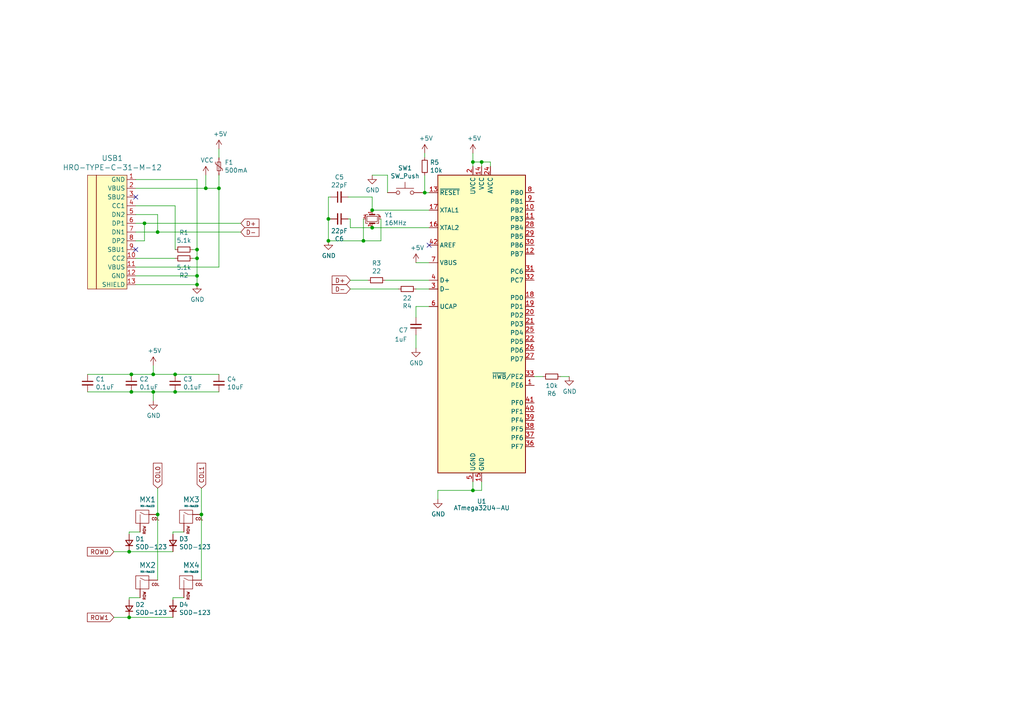
<source format=kicad_sch>
(kicad_sch (version 20200512) (host eeschema "(5.99.0-1822-g1792479ca)")
  (page 1 1)
  (paper "A4")
  (lib_symbols
    (symbol "Device:C_Small" (pin_numbers hide) (pin_names (offset 0.254) hide)
      (property "Reference" "C" (at 0.254 1.778 0))
      (property "Value" "C_Small" (at 0.254 -2.032 0))
      (symbol "C_Small_0_1"
        (polyline (pts (xy -1.524 -0.508) (xy 1.524 -0.508)) (stroke (width 0.3302)))
        (polyline (pts (xy -1.524 0.508) (xy 1.524 0.508)) (stroke (width 0.3048)))
      )
      (symbol "C_Small_1_1"
        (pin passive line (at 0 2.54 270) (length 2.032) (name "~") (number "1"))
        (pin passive line (at 0 -2.54 90) (length 2.032) (name "~") (number "2"))
      )
    )
    (symbol "Device:Crystal_GND24_Small" (pin_names hide)
      (property "Reference" "Y" (at 1.27 4.445 0))
      (property "Value" "Crystal_GND24_Small" (at 1.27 2.54 0))
      (symbol "Crystal_GND24_Small_0_1"
        (rectangle (start -0.762 -1.524) (end 0.762 1.524))
        (polyline (pts (xy -1.27 -0.762) (xy -1.27 0.762)) (stroke (width 0.381)))
        (polyline (pts (xy 1.27 -0.762) (xy 1.27 0.762)) (stroke (width 0.381)))
        (polyline (pts (xy -1.27 -1.27) (xy -1.27 -1.905) (xy 1.27 -1.905) (xy 1.27 -1.27)))
        (polyline (pts (xy -1.27 1.27) (xy -1.27 1.905) (xy 1.27 1.905) (xy 1.27 1.27)))
      )
      (symbol "Crystal_GND24_Small_1_1"
        (pin passive line (at -2.54 0 0) (length 1.27) (name "1") (number "1"))
        (pin passive line (at 0 -2.54 90) (length 0.635) (name "2") (number "2"))
        (pin passive line (at 2.54 0 180) (length 1.27) (name "3") (number "3"))
        (pin passive line (at 0 2.54 270) (length 0.635) (name "4") (number "4"))
      )
    )
    (symbol "Device:D_Small" (pin_numbers hide) (pin_names (offset 0.254) hide)
      (property "Reference" "D" (at -1.27 2.032 0))
      (property "Value" "D_Small" (at -3.81 -2.032 0))
      (symbol "D_Small_0_1"
        (polyline (pts (xy -0.762 -1.016) (xy -0.762 1.016)) (stroke (width 0.254)))
        (polyline (pts (xy -0.762 0) (xy 0.762 0)))
        (polyline (pts (xy 0.762 -1.016) (xy -0.762 0) (xy 0.762 1.016) (xy 0.762 -1.016)) (stroke (width 0.254)))
      )
      (symbol "D_Small_1_1"
        (pin passive line (at -2.54 0 0) (length 1.778) (name "K") (number "1"))
        (pin passive line (at 2.54 0 180) (length 1.778) (name "A") (number "2"))
      )
    )
    (symbol "Device:Polyfuse_Small" (pin_numbers hide) (pin_names (offset 0))
      (property "Reference" "F" (at -1.905 0 90))
      (property "Value" "Polyfuse_Small" (at 1.905 0 90))
      (symbol "Polyfuse_Small_0_1"
        (rectangle (start -0.508 1.27) (end 0.508 -1.27))
        (polyline (pts (xy 0 2.54) (xy 0 -2.54)))
        (polyline (pts (xy -1.016 1.27) (xy -1.016 0.762) (xy 1.016 -0.762) (xy 1.016 -1.27)))
      )
      (symbol "Polyfuse_Small_1_1"
        (pin passive line (at 0 2.54 270) (length 0.635) (name "~") (number "1"))
        (pin passive line (at 0 -2.54 90) (length 0.635) (name "~") (number "2"))
      )
    )
    (symbol "Device:R_Small" (pin_numbers hide) (pin_names (offset 0.254) hide)
      (property "Reference" "R" (at 0.762 0.508 0))
      (property "Value" "R_Small" (at 0.762 -1.016 0))
      (symbol "R_Small_0_1"
        (rectangle (start -0.762 1.778) (end 0.762 -1.778) (stroke (width 0.2032)))
      )
      (symbol "R_Small_1_1"
        (pin passive line (at 0 2.54 270) (length 0.762) (name "~") (number "1"))
        (pin passive line (at 0 -2.54 90) (length 0.762) (name "~") (number "2"))
      )
    )
    (symbol "Device:R_Small_1" (pin_numbers hide) (pin_names (offset 0.254) hide)
      (property "Reference" "R" (at 0.762 0.508 0))
      (property "Value" "R_Small" (at 0.762 -1.016 0))
      (symbol "R_Small_1_0_1"
        (rectangle (start -0.762 1.778) (end 0.762 -1.778) (stroke (width 0.2032)))
      )
      (symbol "R_Small_1_1_1"
        (pin passive line (at 0 2.54 270) (length 0.762) (name "~") (number "1"))
        (pin passive line (at 0 -2.54 90) (length 0.762) (name "~") (number "2"))
      )
    )
    (symbol "Device:R_Small_2" (pin_numbers hide) (pin_names (offset 0.254) hide)
      (property "Reference" "R" (at 0.762 0.508 0))
      (property "Value" "R_Small" (at 0.762 -1.016 0))
      (symbol "R_Small_2_0_1"
        (rectangle (start -0.762 1.778) (end 0.762 -1.778) (stroke (width 0.2032)))
      )
      (symbol "R_Small_2_1_1"
        (pin passive line (at 0 2.54 270) (length 0.762) (name "~") (number "1"))
        (pin passive line (at 0 -2.54 90) (length 0.762) (name "~") (number "2"))
      )
    )
    (symbol "Device:R_Small_3" (pin_numbers hide) (pin_names (offset 0.254) hide)
      (property "Reference" "R" (at 0.762 0.508 0))
      (property "Value" "R_Small" (at 0.762 -1.016 0))
      (symbol "R_Small_3_0_1"
        (rectangle (start -0.762 1.778) (end 0.762 -1.778) (stroke (width 0.2032)))
      )
      (symbol "R_Small_3_1_1"
        (pin passive line (at 0 2.54 270) (length 0.762) (name "~") (number "1"))
        (pin passive line (at 0 -2.54 90) (length 0.762) (name "~") (number "2"))
      )
    )
    (symbol "MCU_Microchip_ATmega:ATmega32U4-AU" (pin_names (offset 0.508))
      (property "Reference" "U" (at -12.7 44.45 0))
      (property "Value" "ATmega32U4-AU" (at 2.54 -44.45 0))
      (symbol "ATmega32U4-AU_0_1"
        (rectangle (start -12.7 -43.18) (end 12.7 43.18) (stroke (width 0.254)) (fill (type background)))
      )
      (symbol "ATmega32U4-AU_1_1"
        (pin bidirectional line (at 15.24 -17.78 180) (length 2.54) (name "PE6") (number "1"))
        (pin bidirectional line (at 15.24 33.02 180) (length 2.54) (name "PB2") (number "10"))
        (pin bidirectional line (at 15.24 30.48 180) (length 2.54) (name "PB3") (number "11"))
        (pin bidirectional line (at 15.24 20.32 180) (length 2.54) (name "PB7") (number "12"))
        (pin input line (at -15.24 38.1 0) (length 2.54) (name "~RESET") (number "13"))
        (pin power_in line (at 0 45.72 270) (length 2.54) (name "VCC") (number "14"))
        (pin power_in line (at 0 -45.72 90) (length 2.54) (name "GND") (number "15"))
        (pin output line (at -15.24 27.94 0) (length 2.54) (name "XTAL2") (number "16"))
        (pin input line (at -15.24 33.02 0) (length 2.54) (name "XTAL1") (number "17"))
        (pin bidirectional line (at 15.24 7.62 180) (length 2.54) (name "PD0") (number "18"))
        (pin bidirectional line (at 15.24 5.08 180) (length 2.54) (name "PD1") (number "19"))
        (pin power_in line (at -2.54 45.72 270) (length 2.54) (name "UVCC") (number "2"))
        (pin bidirectional line (at 15.24 2.54 180) (length 2.54) (name "PD2") (number "20"))
        (pin bidirectional line (at 15.24 0 180) (length 2.54) (name "PD3") (number "21"))
        (pin bidirectional line (at 15.24 -5.08 180) (length 2.54) (name "PD5") (number "22"))
        (pin passive line (at 0 -45.72 90) (length 2.54) hide (name "GND") (number "23"))
        (pin power_in line (at 2.54 45.72 270) (length 2.54) (name "AVCC") (number "24"))
        (pin bidirectional line (at 15.24 -2.54 180) (length 2.54) (name "PD4") (number "25"))
        (pin bidirectional line (at 15.24 -7.62 180) (length 2.54) (name "PD6") (number "26"))
        (pin bidirectional line (at 15.24 -10.16 180) (length 2.54) (name "PD7") (number "27"))
        (pin bidirectional line (at 15.24 27.94 180) (length 2.54) (name "PB4") (number "28"))
        (pin bidirectional line (at 15.24 25.4 180) (length 2.54) (name "PB5") (number "29"))
        (pin bidirectional line (at -15.24 10.16 0) (length 2.54) (name "D-") (number "3"))
        (pin bidirectional line (at 15.24 22.86 180) (length 2.54) (name "PB6") (number "30"))
        (pin bidirectional line (at 15.24 15.24 180) (length 2.54) (name "PC6") (number "31"))
        (pin bidirectional line (at 15.24 12.7 180) (length 2.54) (name "PC7") (number "32"))
        (pin bidirectional line (at 15.24 -15.24 180) (length 2.54) (name "~HWB~/PE2") (number "33"))
        (pin passive line (at 0 45.72 270) (length 2.54) hide (name "VCC") (number "34"))
        (pin passive line (at 0 -45.72 90) (length 2.54) hide (name "GND") (number "35"))
        (pin bidirectional line (at 15.24 -35.56 180) (length 2.54) (name "PF7") (number "36"))
        (pin bidirectional line (at 15.24 -33.02 180) (length 2.54) (name "PF6") (number "37"))
        (pin bidirectional line (at 15.24 -30.48 180) (length 2.54) (name "PF5") (number "38"))
        (pin bidirectional line (at 15.24 -27.94 180) (length 2.54) (name "PF4") (number "39"))
        (pin bidirectional line (at -15.24 12.7 0) (length 2.54) (name "D+") (number "4"))
        (pin bidirectional line (at 15.24 -25.4 180) (length 2.54) (name "PF1") (number "40"))
        (pin bidirectional line (at 15.24 -22.86 180) (length 2.54) (name "PF0") (number "41"))
        (pin passive line (at -15.24 22.86 0) (length 2.54) (name "AREF") (number "42"))
        (pin passive line (at 0 -45.72 90) (length 2.54) hide (name "GND") (number "43"))
        (pin passive line (at 2.54 45.72 270) (length 2.54) hide (name "AVCC") (number "44"))
        (pin passive line (at -2.54 -45.72 90) (length 2.54) (name "UGND") (number "5"))
        (pin passive line (at -15.24 5.08 0) (length 2.54) (name "UCAP") (number "6"))
        (pin input line (at -15.24 17.78 0) (length 2.54) (name "VBUS") (number "7"))
        (pin bidirectional line (at 15.24 38.1 180) (length 2.54) (name "PB0") (number "8"))
        (pin bidirectional line (at 15.24 35.56 180) (length 2.54) (name "PB1") (number "9"))
      )
    )
    (symbol "MX_Alps_Hybrid:MX-NoLED"
      (property "Reference" "MX" (at -0.635 3.81 0))
      (property "Value" "MX-NoLED" (at -0.635 1.27 0))
      (symbol "MX-NoLED_0_0"
        (text "COL" (at 3.175 0 0) (effects (font (size 0.762 0.762))))
        (text "ROW" (at 0 -1.905 900) (effects (font (size 0.762 0.762)) (justify right)))
        (rectangle (start -2.54 2.54) (end 1.27 -1.27))
        (polyline (pts (xy -1.27 -1.27) (xy -1.27 1.27)) (stroke (width 0.127)))
        (polyline (pts (xy 1.27 1.27) (xy 0 1.27) (xy -1.27 1.905)) (stroke (width 0.127)))
      )
      (symbol "MX-NoLED_1_1"
        (pin passive line (at 3.81 1.27 180) (length 2.54) (name "COL") (number "1"))
        (pin passive line (at -1.27 -3.81 90) (length 2.54) (name "ROW") (number "2"))
      )
    )
    (symbol "Switch:SW_Push" (pin_numbers hide) (pin_names hide)
      (property "Reference" "SW" (at 1.27 2.54 0))
      (property "Value" "SW_Push" (at 0 -1.524 0))
      (symbol "SW_Push_0_1"
        (circle (center -2.032 0) (radius 0.508))
        (circle (center 2.032 0) (radius 0.508))
        (polyline (pts (xy 0 1.27) (xy 0 3.048)))
        (polyline (pts (xy 2.54 1.27) (xy -2.54 1.27)))
        (pin passive line (at -5.08 0 0) (length 2.54) (name "1") (number "1"))
        (pin passive line (at 5.08 0 180) (length 2.54) (name "2") (number "2"))
      )
    )
    (symbol "Type-C:HRO-TYPE-C-31-M-12"
      (property "Reference" "USB" (at -5.08 16.51 0))
      (property "Value" "HRO-TYPE-C-31-M-12" (at -10.16 -1.27 90))
      (symbol "HRO-TYPE-C-31-M-12_0_1"
        (rectangle (start -11.43 15.24) (end -8.89 -17.78) (fill (type background)))
        (rectangle (start 0 -17.78) (end -8.89 15.24) (fill (type background)))
      )
      (symbol "HRO-TYPE-C-31-M-12_1_1"
        (pin input line (at 2.54 13.97 180) (length 2.54) (name "GND") (number "1"))
        (pin input line (at 2.54 11.43 180) (length 2.54) (name "VBUS") (number "2"))
        (pin input line (at 2.54 8.89 180) (length 2.54) (name "SBU2") (number "3"))
        (pin input line (at 2.54 6.35 180) (length 2.54) (name "CC1") (number "4"))
        (pin input line (at 2.54 3.81 180) (length 2.54) (name "DN2") (number "5"))
        (pin input line (at 2.54 1.27 180) (length 2.54) (name "DP1") (number "6"))
        (pin input line (at 2.54 -1.27 180) (length 2.54) (name "DN1") (number "7"))
        (pin input line (at 2.54 -3.81 180) (length 2.54) (name "DP2") (number "8"))
        (pin input line (at 2.54 -6.35 180) (length 2.54) (name "SBU1") (number "9"))
        (pin input line (at 2.54 -8.89 180) (length 2.54) (name "CC2") (number "10"))
        (pin input line (at 2.54 -11.43 180) (length 2.54) (name "VBUS") (number "11"))
        (pin input line (at 2.54 -13.97 180) (length 2.54) (name "GND") (number "12"))
        (pin input line (at 2.54 -16.51 180) (length 2.54) (name "SHIELD") (number "13"))
      )
    )
    (symbol "power:+5V" (power) (pin_names (offset 0))
      (property "Value" "+5V" (at 0 3.556 0))
      (symbol "+5V_0_1"
        (polyline (pts (xy -0.762 1.27) (xy 0 2.54)))
        (polyline (pts (xy 0 0) (xy 0 2.54)))
        (polyline (pts (xy 0 2.54) (xy 0.762 1.27)))
      )
      (symbol "+5V_1_1"
        (pin power_in line (at 0 0 90) (length 0) hide (name "+5V") (number "1"))
      )
    )
    (symbol "power:GND" (power) (pin_names (offset 0))
      (property "Value" "GND" (at 0 -3.81 0))
      (symbol "GND_0_1"
        (polyline (pts (xy 0 0) (xy 0 -1.27) (xy 1.27 -1.27) (xy 0 -2.54) (xy -1.27 -1.27) (xy 0 -1.27)))
      )
      (symbol "GND_1_1"
        (pin power_in line (at 0 0 270) (length 0) hide (name "GND") (number "1"))
      )
    )
    (symbol "power:VCC" (power) (pin_names (offset 0))
      (property "Value" "VCC" (at 0 3.81 0))
      (symbol "VCC_0_1"
        (polyline (pts (xy -0.762 1.27) (xy 0 2.54)))
        (polyline (pts (xy 0 0) (xy 0 2.54)))
        (polyline (pts (xy 0 2.54) (xy 0.762 1.27)))
      )
      (symbol "VCC_1_1"
        (pin power_in line (at 0 0 90) (length 0) hide (name "VCC") (number "1"))
      )
    )
  )
  (junction (at 37.465 160.02))
  (junction (at 37.465 179.07))
  (junction (at 38.1 108.585))
  (junction (at 38.1 113.665))
  (junction (at 41.91 64.77))
  (junction (at 44.45 108.585))
  (junction (at 44.45 113.665))
  (junction (at 45.72 67.31))
  (junction (at 45.72 149.225))
  (junction (at 50.8 108.585))
  (junction (at 50.8 113.665))
  (junction (at 57.15 72.39))
  (junction (at 57.15 74.93))
  (junction (at 57.15 80.01))
  (junction (at 57.15 82.55))
  (junction (at 58.42 149.225))
  (junction (at 59.69 54.61))
  (junction (at 63.5 54.61))
  (junction (at 95.25 63.5))
  (junction (at 95.25 69.85))
  (junction (at 105.41 69.85))
  (junction (at 107.95 60.96))
  (junction (at 107.95 66.04))
  (junction (at 123.19 55.88))
  (junction (at 137.16 46.99))
  (junction (at 137.16 142.24))
  (junction (at 139.7 46.99))
  (no_connect (at 39.37 72.39))
  (no_connect (at 124.46 71.12))
  (no_connect (at 39.37 57.15))
  (wire (pts (xy 25.4 108.585) (xy 38.1 108.585)))
  (wire (pts (xy 25.4 113.665) (xy 38.1 113.665)))
  (wire (pts (xy 33.02 160.02) (xy 37.465 160.02)))
  (wire (pts (xy 33.02 179.07) (xy 37.465 179.07)))
  (wire (pts (xy 37.465 154.305) (xy 40.64 154.305)))
  (wire (pts (xy 37.465 154.94) (xy 37.465 154.305)))
  (wire (pts (xy 37.465 160.02) (xy 50.165 160.02)))
  (wire (pts (xy 37.465 173.355) (xy 40.64 173.355)))
  (wire (pts (xy 37.465 173.99) (xy 37.465 173.355)))
  (wire (pts (xy 37.465 179.07) (xy 50.165 179.07)))
  (wire (pts (xy 38.1 108.585) (xy 44.45 108.585)))
  (wire (pts (xy 38.1 113.665) (xy 44.45 113.665)))
  (wire (pts (xy 39.37 52.07) (xy 57.15 52.07)))
  (wire (pts (xy 39.37 54.61) (xy 59.69 54.61)))
  (wire (pts (xy 39.37 59.69) (xy 50.8 59.69)))
  (wire (pts (xy 39.37 62.23) (xy 45.72 62.23)))
  (wire (pts (xy 39.37 64.77) (xy 41.91 64.77)))
  (wire (pts (xy 39.37 67.31) (xy 45.72 67.31)))
  (wire (pts (xy 39.37 69.85) (xy 41.91 69.85)))
  (wire (pts (xy 39.37 74.93) (xy 50.8 74.93)))
  (wire (pts (xy 39.37 77.47) (xy 63.5 77.47)))
  (wire (pts (xy 39.37 80.01) (xy 57.15 80.01)))
  (wire (pts (xy 39.37 82.55) (xy 57.15 82.55)))
  (wire (pts (xy 41.91 64.77) (xy 69.85 64.77)))
  (wire (pts (xy 41.91 69.85) (xy 41.91 64.77)))
  (wire (pts (xy 44.45 106.045) (xy 44.45 108.585)))
  (wire (pts (xy 44.45 108.585) (xy 50.8 108.585)))
  (wire (pts (xy 44.45 113.665) (xy 44.45 116.205)))
  (wire (pts (xy 44.45 113.665) (xy 50.8 113.665)))
  (wire (pts (xy 45.72 62.23) (xy 45.72 67.31)))
  (wire (pts (xy 45.72 67.31) (xy 69.85 67.31)))
  (wire (pts (xy 45.72 141.605) (xy 45.72 149.225)))
  (wire (pts (xy 45.72 149.225) (xy 45.72 168.275)))
  (wire (pts (xy 50.165 154.305) (xy 53.34 154.305)))
  (wire (pts (xy 50.165 154.94) (xy 50.165 154.305)))
  (wire (pts (xy 50.165 173.355) (xy 53.34 173.355)))
  (wire (pts (xy 50.165 173.99) (xy 50.165 173.355)))
  (wire (pts (xy 50.8 59.69) (xy 50.8 72.39)))
  (wire (pts (xy 50.8 108.585) (xy 63.5 108.585)))
  (wire (pts (xy 50.8 113.665) (xy 63.5 113.665)))
  (wire (pts (xy 55.88 72.39) (xy 57.15 72.39)))
  (wire (pts (xy 55.88 74.93) (xy 57.15 74.93)))
  (wire (pts (xy 57.15 52.07) (xy 57.15 72.39)))
  (wire (pts (xy 57.15 72.39) (xy 57.15 74.93)))
  (wire (pts (xy 57.15 74.93) (xy 57.15 80.01)))
  (wire (pts (xy 57.15 80.01) (xy 57.15 82.55)))
  (wire (pts (xy 58.42 141.605) (xy 58.42 149.225)))
  (wire (pts (xy 58.42 149.225) (xy 58.42 168.275)))
  (wire (pts (xy 59.69 50.8) (xy 59.69 54.61)))
  (wire (pts (xy 59.69 54.61) (xy 63.5 54.61)))
  (wire (pts (xy 63.5 43.18) (xy 63.5 45.72)))
  (wire (pts (xy 63.5 54.61) (xy 63.5 50.8)))
  (wire (pts (xy 63.5 77.47) (xy 63.5 54.61)))
  (wire (pts (xy 95.25 57.15) (xy 95.25 63.5)))
  (wire (pts (xy 95.25 63.5) (xy 95.25 69.85)))
  (wire (pts (xy 95.25 63.5) (xy 95.885 63.5)))
  (wire (pts (xy 95.885 57.15) (xy 95.25 57.15)))
  (wire (pts (xy 101.6 63.5) (xy 100.965 63.5)))
  (wire (pts (xy 101.6 66.04) (xy 101.6 63.5)))
  (wire (pts (xy 101.6 81.28) (xy 106.68 81.28)))
  (wire (pts (xy 101.6 83.82) (xy 115.57 83.82)))
  (wire (pts (xy 105.41 63.5) (xy 105.41 69.85)))
  (wire (pts (xy 105.41 69.85) (xy 95.25 69.85)))
  (wire (pts (xy 107.95 57.15) (xy 100.965 57.15)))
  (wire (pts (xy 107.95 60.96) (xy 107.95 57.15)))
  (wire (pts (xy 107.95 60.96) (xy 124.46 60.96)))
  (wire (pts (xy 107.95 66.04) (xy 101.6 66.04)))
  (wire (pts (xy 107.95 66.04) (xy 124.46 66.04)))
  (wire (pts (xy 110.49 63.5) (xy 110.49 69.85)))
  (wire (pts (xy 110.49 69.85) (xy 105.41 69.85)))
  (wire (pts (xy 111.76 81.28) (xy 124.46 81.28)))
  (wire (pts (xy 112.395 50.8) (xy 107.95 50.8)))
  (wire (pts (xy 112.395 55.88) (xy 112.395 50.8)))
  (wire (pts (xy 120.65 76.2) (xy 124.46 76.2)))
  (wire (pts (xy 120.65 83.82) (xy 124.46 83.82)))
  (wire (pts (xy 120.65 88.9) (xy 120.65 92.075)))
  (wire (pts (xy 120.65 97.155) (xy 120.65 100.965)))
  (wire (pts (xy 122.555 55.88) (xy 123.19 55.88)))
  (wire (pts (xy 123.19 44.45) (xy 123.19 45.72)))
  (wire (pts (xy 123.19 50.8) (xy 123.19 55.88)))
  (wire (pts (xy 123.19 55.88) (xy 124.46 55.88)))
  (wire (pts (xy 124.46 88.9) (xy 120.65 88.9)))
  (wire (pts (xy 127 142.24) (xy 137.16 142.24)))
  (wire (pts (xy 127 144.78) (xy 127 142.24)))
  (wire (pts (xy 137.16 44.45) (xy 137.16 46.99)))
  (wire (pts (xy 137.16 46.99) (xy 137.16 48.26)))
  (wire (pts (xy 137.16 46.99) (xy 139.7 46.99)))
  (wire (pts (xy 137.16 139.7) (xy 137.16 142.24)))
  (wire (pts (xy 137.16 142.24) (xy 139.7 142.24)))
  (wire (pts (xy 139.7 46.99) (xy 139.7 48.26)))
  (wire (pts (xy 139.7 46.99) (xy 142.24 46.99)))
  (wire (pts (xy 139.7 142.24) (xy 139.7 139.7)))
  (wire (pts (xy 142.24 46.99) (xy 142.24 48.26)))
  (wire (pts (xy 154.94 109.22) (xy 157.48 109.22)))
  (wire (pts (xy 162.56 109.22) (xy 165.1 109.22)))
  (global_label "ROW0" (shape input) (at 33.02 160.02 180))
  (global_label "ROW1" (shape input) (at 33.02 179.07 180))
  (global_label "COL0" (shape input) (at 45.72 141.605 90))
  (global_label "COL1" (shape input) (at 58.42 141.605 90))
  (global_label "D+" (shape input) (at 69.85 64.77 0))
  (global_label "D-" (shape input) (at 69.85 67.31 0))
  (global_label "D+" (shape input) (at 101.6 81.28 180))
  (global_label "D-" (shape input) (at 101.6 83.82 180))
  (symbol (lib_id "power:+5V") (at 44.45 106.045 0) (unit 1)
    (property "Reference" "#PWR0106" (effects hide))
    (property "Value" "+5V" (at 44.8183 101.7206 0))
  )
  (symbol (lib_id "power:VCC") (at 59.69 50.8 0) (unit 1)
    (property "Reference" "#PWR0111" (effects hide))
    (property "Value" "VCC" (at 60.0583 46.4756 0))
  )
  (symbol (lib_id "power:+5V") (at 63.5 43.18 0) (unit 1)
    (property "Reference" "#PWR0110" (effects hide))
    (property "Value" "+5V" (at 63.8683 38.8556 0))
  )
  (symbol (lib_id "power:+5V") (at 120.65 76.2 0) (unit 1)
    (property "Reference" "#PWR0108" (effects hide))
    (property "Value" "+5V" (at 121.0183 71.8756 0))
  )
  (symbol (lib_id "power:+5V") (at 123.19 44.45 0) (unit 1)
    (property "Reference" "#PWR0113" (effects hide))
    (property "Value" "+5V" (at 123.5583 40.1256 0))
  )
  (symbol (lib_id "power:+5V") (at 137.16 44.45 0) (unit 1)
    (property "Reference" "#PWR0112" (effects hide))
    (property "Value" "+5V" (at 137.5283 40.1256 0))
  )
  (symbol (lib_id "power:GND") (at 44.45 116.205 0) (unit 1)
    (property "Reference" "#PWR0105" (effects hide))
    (property "Value" "GND" (at 44.5643 120.5294 0))
  )
  (symbol (lib_id "power:GND") (at 57.15 82.55 0) (unit 1)
    (property "Reference" "#PWR0107" (effects hide))
    (property "Value" "GND" (at 57.2643 86.8744 0))
  )
  (symbol (lib_id "power:GND") (at 95.25 69.85 0) (unit 1)
    (property "Reference" "#PWR0109" (effects hide))
    (property "Value" "GND" (at 95.3643 74.1744 0))
  )
  (symbol (lib_id "power:GND") (at 107.95 50.8 0) (unit 1)
    (property "Reference" "#PWR0104" (effects hide))
    (property "Value" "GND" (at 108.0643 55.1244 0))
  )
  (symbol (lib_id "power:GND") (at 120.65 100.965 0) (unit 1)
    (property "Reference" "#PWR0103" (effects hide))
    (property "Value" "GND" (at 120.7643 105.2894 0))
  )
  (symbol (lib_id "power:GND") (at 127 144.78 0) (unit 1)
    (property "Reference" "#PWR0102" (effects hide))
    (property "Value" "GND" (at 127.1143 149.1044 0))
  )
  (symbol (lib_id "power:GND") (at 165.1 109.22 0) (unit 1)
    (property "Reference" "#PWR0101" (effects hide))
    (property "Value" "GND" (at 165.2143 113.5444 0))
  )
  (symbol (lib_name "Device:R_Small_3") (lib_id "Device:R_Small") (at 53.34 72.39 90) (unit 1)
    (property "Reference" "R1" (at 53.34 67.4432 90))
    (property "Value" "5.1k" (at 53.34 69.742 90))
    (property "Footprint" "Resistor_SMD:R_0805_2012Metric" (effects hide))
  )
  (symbol (lib_name "Device:R_Small_3") (lib_id "Device:R_Small") (at 53.34 74.93 270) (unit 1)
    (property "Reference" "R2" (at 53.34 79.8768 90))
    (property "Value" "5.1k" (at 53.34 77.578 90))
    (property "Footprint" "Resistor_SMD:R_0805_2012Metric" (effects hide))
  )
  (symbol (lib_name "Device:R_Small_1") (lib_id "Device:R_Small") (at 109.22 81.28 270) (unit 1)
    (property "Reference" "R3" (at 109.22 76.3332 90))
    (property "Value" "22" (at 109.22 78.632 90))
    (property "Footprint" "Resistor_SMD:R_0805_2012Metric" (effects hide))
  )
  (symbol (lib_name "Device:R_Small_1") (lib_id "Device:R_Small") (at 118.11 83.82 270) (unit 1)
    (property "Reference" "R4" (at 118.11 88.7668 90))
    (property "Value" "22" (at 118.11 86.468 90))
    (property "Footprint" "Resistor_SMD:R_0805_2012Metric" (effects hide))
  )
  (symbol (lib_name "Device:R_Small_2") (lib_id "Device:R_Small") (at 123.19 48.26 0) (unit 1)
    (property "Reference" "R5" (at 124.6887 47.1106 0) (effects (justify left)))
    (property "Value" "10k" (at 124.689 49.409 0) (effects (justify left)))
    (property "Footprint" "Resistor_SMD:R_0805_2012Metric" (effects hide))
  )
  (symbol (lib_id "Device:R_Small") (at 160.02 109.22 270) (unit 1)
    (property "Reference" "R6" (at 160.02 114.1668 90))
    (property "Value" "10k" (at 160.02 111.8681 90))
    (property "Footprint" "Resistor_SMD:R_0805_2012Metric" (effects hide))
  )
  (symbol (lib_id "Device:Polyfuse_Small") (at 63.5 48.26 0) (unit 1)
    (property "Reference" "F1" (at 65.1511 47.1106 0) (effects (justify left)))
    (property "Value" "500mA" (at 65.151 49.409 0) (effects (justify left)))
    (property "Footprint" "Fuse:Fuse_1206_3216Metric" (effects hide))
  )
  (symbol (lib_id "Device:D_Small") (at 37.465 157.48 90) (unit 1)
    (property "Reference" "D1" (at 39.2431 156.3306 90) (effects (justify right)))
    (property "Value" "SOD-123" (at 39.243 158.629 90) (effects (justify right)))
    (property "Footprint" "Diode_SMD:D_SOD-123" (effects hide))
  )
  (symbol (lib_id "Device:D_Small") (at 37.465 176.53 90) (unit 1)
    (property "Reference" "D2" (at 39.2431 175.3806 90) (effects (justify right)))
    (property "Value" "SOD-123" (at 39.243 177.679 90) (effects (justify right)))
    (property "Footprint" "Diode_SMD:D_SOD-123" (effects hide))
  )
  (symbol (lib_id "Device:D_Small") (at 50.165 157.48 90) (unit 1)
    (property "Reference" "D3" (at 51.9431 156.3306 90) (effects (justify right)))
    (property "Value" "SOD-123" (at 51.943 158.629 90) (effects (justify right)))
    (property "Footprint" "Diode_SMD:D_SOD-123" (effects hide))
  )
  (symbol (lib_id "Device:D_Small") (at 50.165 176.53 90) (unit 1)
    (property "Reference" "D4" (at 51.9431 175.3806 90) (effects (justify right)))
    (property "Value" "SOD-123" (at 51.943 177.679 90) (effects (justify right)))
    (property "Footprint" "Diode_SMD:D_SOD-123" (effects hide))
  )
  (symbol (lib_id "Device:C_Small") (at 25.4 111.125 0) (unit 1)
    (property "Reference" "C1" (at 27.7242 109.9756 0) (effects (justify left)))
    (property "Value" "0.1uF" (at 27.724 112.274 0) (effects (justify left)))
    (property "Footprint" "Capacitor_SMD:C_0805_2012Metric" (effects hide))
  )
  (symbol (lib_id "Device:C_Small") (at 38.1 111.125 0) (unit 1)
    (property "Reference" "C2" (at 40.4242 109.9756 0) (effects (justify left)))
    (property "Value" "0.1uF" (at 40.424 112.274 0) (effects (justify left)))
    (property "Footprint" "Capacitor_SMD:C_0805_2012Metric" (effects hide))
  )
  (symbol (lib_id "Device:C_Small") (at 50.8 111.125 0) (unit 1)
    (property "Reference" "C3" (at 53.1242 109.9756 0) (effects (justify left)))
    (property "Value" "0.1uF" (at 53.124 112.274 0) (effects (justify left)))
    (property "Footprint" "Capacitor_SMD:C_0805_2012Metric" (effects hide))
  )
  (symbol (lib_id "Device:C_Small") (at 63.5 111.125 0) (unit 1)
    (property "Reference" "C4" (at 65.8242 109.9756 0) (effects (justify left)))
    (property "Value" "10uF" (at 65.824 112.274 0) (effects (justify left)))
    (property "Footprint" "Capacitor_SMD:C_0805_2012Metric" (effects hide))
  )
  (symbol (lib_id "Device:C_Small") (at 98.425 57.15 90) (unit 1)
    (property "Reference" "C5" (at 98.425 51.3777 90))
    (property "Value" "22pF" (at 98.425 53.676 90))
    (property "Footprint" "Capacitor_SMD:C_0805_2012Metric" (effects hide))
  )
  (symbol (lib_id "Device:C_Small") (at 98.425 63.5 270) (unit 1)
    (property "Reference" "C6" (at 98.425 69.2723 90))
    (property "Value" "22pF" (at 98.425 66.974 90))
    (property "Footprint" "Capacitor_SMD:C_0805_2012Metric" (effects hide))
  )
  (symbol (lib_id "Device:C_Small") (at 120.65 94.615 180) (unit 1)
    (property "Reference" "C7" (at 118.3258 95.7644 0) (effects (justify left)))
    (property "Value" "1uF" (at 118.11 98.425 0) (effects (justify left)))
    (property "Footprint" "Capacitor_SMD:C_0805_2012Metric" (effects hide))
  )
  (symbol (lib_id "Device:Crystal_GND24_Small") (at 107.95 63.5 270) (unit 1)
    (property "Reference" "Y1" (at 111.5061 62.3506 90) (effects (justify left)))
    (property "Value" "16MHz" (at 111.506 64.649 90) (effects (justify left)))
    (property "Footprint" "Crystal:Crystal_SMD_3225-4Pin_3.2x2.5mm" (effects hide))
  )
  (symbol (lib_id "Switch:SW_Push") (at 117.475 55.88 0) (unit 1)
    (property "Reference" "SW1" (at 117.475 48.7488 0))
    (property "Value" "SW_Push" (at 117.475 51.0475 0))
    (property "Footprint" "random keyboard parts:SKQG-1155865" (effects hide))
  )
  (symbol (lib_id "MX_Alps_Hybrid:MX-NoLED") (at 41.91 150.495 0) (unit 1)
    (property "Reference" "MX1" (at 42.7955 144.8942 0) (effects (font (size 1.524 1.524))))
    (property "Value" "MX-NoLED" (at 42.7955 146.7839 0) (effects (font (size 0.508 0.508))))
    (property "Footprint" "MX_Only:MXOnly-1U-NoLED" (effects hide))
  )
  (symbol (lib_id "MX_Alps_Hybrid:MX-NoLED") (at 41.91 169.545 0) (unit 1)
    (property "Reference" "MX2" (at 42.7955 163.9442 0) (effects (font (size 1.524 1.524))))
    (property "Value" "MX-NoLED" (at 42.7955 165.8339 0) (effects (font (size 0.508 0.508))))
    (property "Footprint" "MX_Only:MXOnly-1U-NoLED" (effects hide))
  )
  (symbol (lib_id "MX_Alps_Hybrid:MX-NoLED") (at 54.61 150.495 0) (unit 1)
    (property "Reference" "MX3" (at 55.4955 144.8942 0) (effects (font (size 1.524 1.524))))
    (property "Value" "MX-NoLED" (at 55.4955 146.7839 0) (effects (font (size 0.508 0.508))))
    (property "Footprint" "MX_Only:MXOnly-1U-NoLED" (effects hide))
  )
  (symbol (lib_id "MX_Alps_Hybrid:MX-NoLED") (at 54.61 169.545 0) (unit 1)
    (property "Reference" "MX4" (at 55.4955 163.9442 0) (effects (font (size 1.524 1.524))))
    (property "Value" "MX-NoLED" (at 55.4955 165.8339 0) (effects (font (size 0.508 0.508))))
    (property "Footprint" "MX_Only:MXOnly-1U-NoLED" (effects hide))
  )
  (symbol (lib_id "Type-C:HRO-TYPE-C-31-M-12") (at 36.83 66.04 0) (unit 1)
    (property "Reference" "USB1" (at 32.5755 45.8749 0) (effects (font (size 1.524 1.524))))
    (property "Value" "HRO-TYPE-C-31-M-12" (at 32.5755 48.5825 0) (effects (font (size 1.524 1.524))))
    (property "Footprint" "Type-C-library:HRO-TYPE-C-31-M-12" (effects hide))
  )
  (symbol (lib_id "MCU_Microchip_ATmega:ATmega32U4-AU") (at 139.7 93.98 0) (unit 1)
    (property "Reference" "U1" (at 139.7 145.415 0))
    (property "Value" "ATmega32U4-AU" (at 139.7 147.32 0))
    (property "Footprint" "Package_QFP:TQFP-44_10x10mm_P0.8mm" (effects hide))
    (property "Datasheet" "http://ww1.microchip.com/downloads/en/DeviceDoc/Atmel-7766-8-bit-AVR-ATmega16U4-32U4_Datasheet.pdf" (effects hide))
  )
)
</source>
